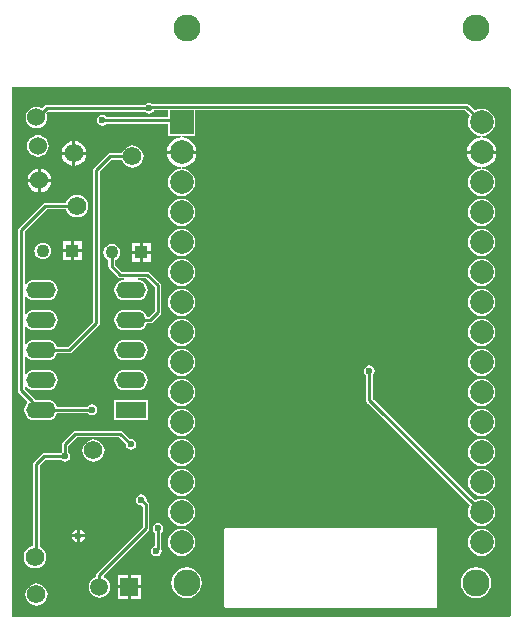
<source format=gbl>
G04*
G04 #@! TF.GenerationSoftware,Altium Limited,Altium Designer,20.0.2 (26)*
G04*
G04 Layer_Physical_Order=2*
G04 Layer_Color=16711680*
%FSLAX44Y44*%
%MOMM*%
G71*
G01*
G75*
%ADD14C,0.2540*%
%ADD27C,1.1000*%
%ADD28R,1.1000X1.1000*%
%ADD29C,1.5700*%
%ADD38R,1.5000X1.5000*%
%ADD39C,1.5000*%
%ADD40R,2.0000X2.0000*%
%ADD41C,2.0000*%
%ADD42C,2.2888*%
%ADD43O,2.5000X1.4000*%
%ADD44R,2.5000X1.4000*%
%ADD45C,1.5240*%
%ADD46C,0.6000*%
G36*
X838200Y828040D02*
X417830D01*
Y1276350D01*
X838200D01*
Y828040D01*
D02*
G37*
%LPC*%
G36*
X533400Y1263183D02*
X531635Y1262831D01*
X530138Y1261832D01*
X529863Y1261419D01*
X446695D01*
X446694Y1261419D01*
X445604Y1261202D01*
X444680Y1260584D01*
X442915Y1258819D01*
X442761Y1258937D01*
X440537Y1259859D01*
X438150Y1260173D01*
X435763Y1259859D01*
X433539Y1258937D01*
X431628Y1257472D01*
X430163Y1255561D01*
X429241Y1253337D01*
X428927Y1250950D01*
X429241Y1248563D01*
X430163Y1246339D01*
X431628Y1244428D01*
X433539Y1242963D01*
X435763Y1242041D01*
X438150Y1241727D01*
X440537Y1242041D01*
X442761Y1242963D01*
X444672Y1244428D01*
X446137Y1246339D01*
X447059Y1248563D01*
X447373Y1250950D01*
X447059Y1253337D01*
X446599Y1254446D01*
X447874Y1255721D01*
X529863D01*
X530138Y1255308D01*
X531635Y1254308D01*
X533400Y1253957D01*
X535165Y1254308D01*
X536662Y1255308D01*
X537662Y1256805D01*
X537666Y1256825D01*
X549486D01*
Y1251259D01*
X497567D01*
X497292Y1251672D01*
X495795Y1252672D01*
X494030Y1253023D01*
X492265Y1252672D01*
X490768Y1251672D01*
X489768Y1250175D01*
X489417Y1248410D01*
X489768Y1246645D01*
X490768Y1245148D01*
X492265Y1244148D01*
X494030Y1243797D01*
X495795Y1244148D01*
X497292Y1245148D01*
X497567Y1245561D01*
X549486D01*
Y1235356D01*
X560606D01*
X560689Y1234086D01*
X560117Y1234011D01*
X557736Y1233697D01*
X554686Y1232434D01*
X552066Y1230424D01*
X550056Y1227804D01*
X548793Y1224754D01*
X548529Y1222750D01*
X573491D01*
X573227Y1224754D01*
X571964Y1227804D01*
X569953Y1230424D01*
X567334Y1232434D01*
X564283Y1233697D01*
X561903Y1234011D01*
X561331Y1234086D01*
X561414Y1235356D01*
X572534D01*
Y1256825D01*
X801036D01*
X805042Y1252820D01*
X804944Y1252692D01*
X803783Y1249888D01*
X803387Y1246880D01*
X803783Y1243872D01*
X804944Y1241068D01*
X806791Y1238661D01*
X809198Y1236814D01*
X812001Y1235653D01*
X814325Y1235347D01*
X814430Y1235333D01*
Y1234052D01*
X814325Y1234038D01*
X811736Y1233697D01*
X808686Y1232434D01*
X806066Y1230424D01*
X804056Y1227804D01*
X802793Y1224754D01*
X802529Y1222750D01*
X827491D01*
X827227Y1224754D01*
X825964Y1227804D01*
X823953Y1230424D01*
X821334Y1232434D01*
X818283Y1233697D01*
X815695Y1234038D01*
X815590Y1234052D01*
Y1235333D01*
X815695Y1235347D01*
X818018Y1235653D01*
X820822Y1236814D01*
X823229Y1238661D01*
X825076Y1241068D01*
X826237Y1243872D01*
X826633Y1246880D01*
X826237Y1249888D01*
X825076Y1252692D01*
X823229Y1255099D01*
X820822Y1256946D01*
X818018Y1258107D01*
X815010Y1258503D01*
X812001Y1258107D01*
X809198Y1256946D01*
X809070Y1256848D01*
X804230Y1261688D01*
X803306Y1262306D01*
X802216Y1262523D01*
X802216Y1262523D01*
X535627D01*
X535165Y1262831D01*
X533400Y1263183D01*
D02*
G37*
G36*
X471170Y1230782D02*
Y1221740D01*
X480213D01*
X480023Y1223182D01*
X478976Y1225710D01*
X477310Y1227880D01*
X475140Y1229546D01*
X472612Y1230593D01*
X471170Y1230782D01*
D02*
G37*
G36*
X468630D02*
X467188Y1230593D01*
X464660Y1229546D01*
X462490Y1227880D01*
X460824Y1225710D01*
X459777Y1223182D01*
X459588Y1221740D01*
X468630D01*
Y1230782D01*
D02*
G37*
G36*
X519430Y1227385D02*
X516983Y1227063D01*
X514703Y1226118D01*
X512744Y1224616D01*
X511242Y1222657D01*
X510464Y1220779D01*
X500380D01*
X500380Y1220779D01*
X499290Y1220562D01*
X498366Y1219944D01*
X498366Y1219944D01*
X486936Y1208514D01*
X486318Y1207590D01*
X486101Y1206500D01*
X486101Y1206500D01*
Y1078140D01*
X464910Y1056949D01*
X455506D01*
X454906Y1058399D01*
X453539Y1060179D01*
X451759Y1061546D01*
X449685Y1062405D01*
X447460Y1062698D01*
X436460D01*
X434235Y1062405D01*
X432161Y1061546D01*
X430381Y1060179D01*
X429569Y1059121D01*
X428299Y1059552D01*
Y1074048D01*
X429569Y1074479D01*
X430381Y1073421D01*
X432161Y1072054D01*
X434235Y1071195D01*
X436460Y1070902D01*
X447460D01*
X449685Y1071195D01*
X451759Y1072054D01*
X453539Y1073421D01*
X454906Y1075201D01*
X455765Y1077275D01*
X456058Y1079500D01*
X455765Y1081725D01*
X454906Y1083799D01*
X453539Y1085579D01*
X451759Y1086946D01*
X449685Y1087805D01*
X447460Y1088098D01*
X436460D01*
X434235Y1087805D01*
X432161Y1086946D01*
X430381Y1085579D01*
X429569Y1084521D01*
X428299Y1084952D01*
Y1099448D01*
X429569Y1099879D01*
X430381Y1098821D01*
X432161Y1097454D01*
X434235Y1096595D01*
X436460Y1096302D01*
X447460D01*
X449685Y1096595D01*
X451759Y1097454D01*
X453539Y1098821D01*
X454906Y1100601D01*
X455765Y1102675D01*
X456058Y1104900D01*
X455765Y1107125D01*
X454906Y1109199D01*
X453539Y1110979D01*
X451759Y1112346D01*
X449685Y1113205D01*
X447460Y1113497D01*
X436460D01*
X434235Y1113205D01*
X432161Y1112346D01*
X430381Y1110979D01*
X429569Y1109921D01*
X428299Y1110352D01*
Y1154520D01*
X446950Y1173171D01*
X463474D01*
X464252Y1171293D01*
X465754Y1169334D01*
X467713Y1167832D01*
X469993Y1166887D01*
X472440Y1166565D01*
X474887Y1166887D01*
X477167Y1167832D01*
X479126Y1169334D01*
X480628Y1171293D01*
X481573Y1173573D01*
X481895Y1176020D01*
X481573Y1178467D01*
X480628Y1180747D01*
X479126Y1182706D01*
X477167Y1184208D01*
X474887Y1185153D01*
X472440Y1185475D01*
X469993Y1185153D01*
X467713Y1184208D01*
X465754Y1182706D01*
X464252Y1180747D01*
X463474Y1178869D01*
X445770D01*
X445770Y1178869D01*
X444680Y1178652D01*
X443756Y1178034D01*
X443756Y1178034D01*
X423436Y1157714D01*
X422818Y1156790D01*
X422601Y1155700D01*
X422601Y1155700D01*
Y1019810D01*
X422601Y1019810D01*
X422818Y1018720D01*
X423436Y1017796D01*
X430532Y1010699D01*
X430449Y1009432D01*
X430381Y1009379D01*
X429014Y1007599D01*
X428155Y1005525D01*
X427862Y1003300D01*
X428155Y1001075D01*
X429014Y999001D01*
X430381Y997221D01*
X432161Y995854D01*
X434235Y994995D01*
X436460Y994703D01*
X447460D01*
X449685Y994995D01*
X451759Y995854D01*
X453539Y997221D01*
X454906Y999001D01*
X455506Y1000451D01*
X481603D01*
X481878Y1000038D01*
X483375Y999038D01*
X485140Y998687D01*
X486905Y999038D01*
X488402Y1000038D01*
X489402Y1001535D01*
X489753Y1003300D01*
X489402Y1005065D01*
X488402Y1006562D01*
X486905Y1007561D01*
X485140Y1007913D01*
X483375Y1007561D01*
X481878Y1006562D01*
X481603Y1006149D01*
X455506D01*
X454906Y1007599D01*
X453539Y1009379D01*
X451759Y1010746D01*
X449685Y1011605D01*
X447460Y1011898D01*
X436936D01*
X436899Y1012083D01*
X436282Y1013007D01*
X436282Y1013007D01*
X428299Y1020990D01*
Y1023248D01*
X429569Y1023679D01*
X430381Y1022621D01*
X432161Y1021254D01*
X434235Y1020395D01*
X436460Y1020102D01*
X447460D01*
X449685Y1020395D01*
X451759Y1021254D01*
X453539Y1022621D01*
X454906Y1024401D01*
X455765Y1026475D01*
X456058Y1028700D01*
X455765Y1030925D01*
X454906Y1032999D01*
X453539Y1034779D01*
X451759Y1036146D01*
X449685Y1037005D01*
X447460Y1037298D01*
X436460D01*
X434235Y1037005D01*
X432161Y1036146D01*
X430381Y1034779D01*
X429569Y1033721D01*
X428299Y1034152D01*
Y1048648D01*
X429569Y1049079D01*
X430381Y1048021D01*
X432161Y1046654D01*
X434235Y1045795D01*
X436460Y1045502D01*
X447460D01*
X449685Y1045795D01*
X451759Y1046654D01*
X453539Y1048021D01*
X454906Y1049801D01*
X455506Y1051251D01*
X466090D01*
X466090Y1051251D01*
X467180Y1051468D01*
X468104Y1052086D01*
X490964Y1074946D01*
X490964Y1074946D01*
X491582Y1075870D01*
X491799Y1076960D01*
Y1205320D01*
X501560Y1215081D01*
X510464D01*
X511242Y1213203D01*
X512744Y1211244D01*
X514703Y1209742D01*
X516983Y1208797D01*
X519430Y1208475D01*
X521877Y1208797D01*
X524157Y1209742D01*
X526116Y1211244D01*
X527618Y1213203D01*
X528563Y1215483D01*
X528885Y1217930D01*
X528563Y1220377D01*
X527618Y1222657D01*
X526116Y1224616D01*
X524157Y1226118D01*
X521877Y1227063D01*
X519430Y1227385D01*
D02*
G37*
G36*
X439420Y1236043D02*
X437033Y1235729D01*
X434809Y1234807D01*
X432898Y1233342D01*
X431433Y1231431D01*
X430511Y1229207D01*
X430197Y1226820D01*
X430511Y1224433D01*
X431433Y1222209D01*
X432898Y1220298D01*
X434809Y1218833D01*
X437033Y1217911D01*
X439420Y1217597D01*
X441807Y1217911D01*
X444031Y1218833D01*
X445942Y1220298D01*
X447407Y1222209D01*
X448329Y1224433D01*
X448643Y1226820D01*
X448329Y1229207D01*
X447407Y1231431D01*
X445942Y1233342D01*
X444031Y1234807D01*
X441807Y1235729D01*
X439420Y1236043D01*
D02*
G37*
G36*
X480213Y1219200D02*
X471170D01*
Y1210157D01*
X472612Y1210347D01*
X475140Y1211394D01*
X477310Y1213060D01*
X478976Y1215230D01*
X480023Y1217758D01*
X480213Y1219200D01*
D02*
G37*
G36*
X468630D02*
X459588D01*
X459777Y1217758D01*
X460824Y1215230D01*
X462490Y1213060D01*
X464660Y1211394D01*
X467188Y1210347D01*
X468630Y1210157D01*
Y1219200D01*
D02*
G37*
G36*
X441960Y1207691D02*
Y1198880D01*
X450770D01*
X450588Y1200262D01*
X449565Y1202734D01*
X447936Y1204856D01*
X445814Y1206485D01*
X443342Y1207508D01*
X441960Y1207691D01*
D02*
G37*
G36*
X439420D02*
X438038Y1207508D01*
X435566Y1206485D01*
X433444Y1204856D01*
X431815Y1202734D01*
X430792Y1200262D01*
X430610Y1198880D01*
X439420D01*
Y1207691D01*
D02*
G37*
G36*
X450770Y1196340D02*
X441960D01*
Y1187530D01*
X443342Y1187711D01*
X445814Y1188735D01*
X447936Y1190364D01*
X449565Y1192486D01*
X450588Y1194958D01*
X450770Y1196340D01*
D02*
G37*
G36*
X439420D02*
X430610D01*
X430792Y1194958D01*
X431815Y1192486D01*
X433444Y1190364D01*
X435566Y1188735D01*
X438038Y1187711D01*
X439420Y1187530D01*
Y1196340D01*
D02*
G37*
G36*
X827491Y1220210D02*
X802529D01*
X802793Y1218206D01*
X804056Y1215156D01*
X806066Y1212536D01*
X808686Y1210526D01*
X811736Y1209263D01*
X814325Y1208922D01*
X814430Y1208908D01*
Y1207627D01*
X814325Y1207613D01*
X812001Y1207307D01*
X809198Y1206146D01*
X806791Y1204299D01*
X804944Y1201892D01*
X803783Y1199088D01*
X803387Y1196080D01*
X803783Y1193072D01*
X804944Y1190268D01*
X806791Y1187861D01*
X809198Y1186014D01*
X812001Y1184853D01*
X815010Y1184457D01*
X818018Y1184853D01*
X820822Y1186014D01*
X823229Y1187861D01*
X825076Y1190268D01*
X826237Y1193072D01*
X826633Y1196080D01*
X826237Y1199088D01*
X825076Y1201892D01*
X823229Y1204299D01*
X820822Y1206146D01*
X818018Y1207307D01*
X815695Y1207613D01*
X815590Y1207627D01*
Y1208908D01*
X815695Y1208922D01*
X818283Y1209263D01*
X821334Y1210526D01*
X823953Y1212536D01*
X825964Y1215156D01*
X827227Y1218206D01*
X827491Y1220210D01*
D02*
G37*
G36*
X573491D02*
X548529D01*
X548793Y1218206D01*
X550056Y1215156D01*
X552066Y1212536D01*
X554686Y1210526D01*
X557736Y1209263D01*
X560325Y1208922D01*
X560430Y1208908D01*
Y1207627D01*
X560325Y1207613D01*
X558002Y1207307D01*
X555198Y1206146D01*
X552791Y1204299D01*
X550944Y1201892D01*
X549782Y1199088D01*
X549386Y1196080D01*
X549782Y1193072D01*
X550944Y1190268D01*
X552791Y1187861D01*
X555198Y1186014D01*
X558002Y1184853D01*
X561010Y1184457D01*
X564018Y1184853D01*
X566822Y1186014D01*
X569229Y1187861D01*
X571076Y1190268D01*
X572237Y1193072D01*
X572633Y1196080D01*
X572237Y1199088D01*
X571076Y1201892D01*
X569229Y1204299D01*
X566822Y1206146D01*
X564018Y1207307D01*
X561695Y1207613D01*
X561590Y1207627D01*
Y1208908D01*
X561695Y1208922D01*
X564283Y1209263D01*
X567334Y1210526D01*
X569953Y1212536D01*
X571964Y1215156D01*
X573227Y1218206D01*
X573491Y1220210D01*
D02*
G37*
G36*
X815010Y1182303D02*
X812001Y1181907D01*
X809198Y1180746D01*
X806791Y1178899D01*
X804944Y1176492D01*
X803783Y1173688D01*
X803387Y1170680D01*
X803783Y1167672D01*
X804944Y1164868D01*
X806791Y1162461D01*
X809198Y1160614D01*
X812001Y1159453D01*
X815010Y1159057D01*
X818018Y1159453D01*
X820822Y1160614D01*
X823229Y1162461D01*
X825076Y1164868D01*
X826237Y1167672D01*
X826633Y1170680D01*
X826237Y1173688D01*
X825076Y1176492D01*
X823229Y1178899D01*
X820822Y1180746D01*
X818018Y1181907D01*
X815010Y1182303D01*
D02*
G37*
G36*
X561010D02*
X558002Y1181907D01*
X555198Y1180746D01*
X552791Y1178899D01*
X550944Y1176492D01*
X549782Y1173688D01*
X549386Y1170680D01*
X549782Y1167672D01*
X550944Y1164868D01*
X552791Y1162461D01*
X555198Y1160614D01*
X558002Y1159453D01*
X561010Y1159057D01*
X564018Y1159453D01*
X566822Y1160614D01*
X569229Y1162461D01*
X571076Y1164868D01*
X572237Y1167672D01*
X572633Y1170680D01*
X572237Y1173688D01*
X571076Y1176492D01*
X569229Y1178899D01*
X566822Y1180746D01*
X564018Y1181907D01*
X561010Y1182303D01*
D02*
G37*
G36*
X476470Y1145960D02*
X469700D01*
Y1139190D01*
X476470D01*
Y1145960D01*
D02*
G37*
G36*
X467160D02*
X460390D01*
Y1139190D01*
X467160D01*
Y1145960D01*
D02*
G37*
G36*
X534890Y1144690D02*
X528120D01*
Y1137920D01*
X534890D01*
Y1144690D01*
D02*
G37*
G36*
X525580D02*
X518810D01*
Y1137920D01*
X525580D01*
Y1144690D01*
D02*
G37*
G36*
X815010Y1156904D02*
X812001Y1156507D01*
X809198Y1155346D01*
X806791Y1153499D01*
X804944Y1151092D01*
X803783Y1148288D01*
X803387Y1145280D01*
X803783Y1142272D01*
X804944Y1139468D01*
X806791Y1137061D01*
X809198Y1135214D01*
X812001Y1134053D01*
X815010Y1133657D01*
X818018Y1134053D01*
X820822Y1135214D01*
X823229Y1137061D01*
X825076Y1139468D01*
X826237Y1142272D01*
X826633Y1145280D01*
X826237Y1148288D01*
X825076Y1151092D01*
X823229Y1153499D01*
X820822Y1155346D01*
X818018Y1156507D01*
X815010Y1156904D01*
D02*
G37*
G36*
X561010D02*
X558002Y1156507D01*
X555198Y1155346D01*
X552791Y1153499D01*
X550944Y1151092D01*
X549782Y1148288D01*
X549386Y1145280D01*
X549782Y1142272D01*
X550944Y1139468D01*
X552791Y1137061D01*
X555198Y1135214D01*
X558002Y1134053D01*
X561010Y1133657D01*
X564018Y1134053D01*
X566822Y1135214D01*
X569229Y1137061D01*
X571076Y1139468D01*
X572237Y1142272D01*
X572633Y1145280D01*
X572237Y1148288D01*
X571076Y1151092D01*
X569229Y1153499D01*
X566822Y1155346D01*
X564018Y1156507D01*
X561010Y1156904D01*
D02*
G37*
G36*
X443430Y1145005D02*
X441596Y1144763D01*
X439888Y1144055D01*
X438420Y1142930D01*
X437295Y1141462D01*
X436587Y1139754D01*
X436345Y1137920D01*
X436587Y1136086D01*
X437295Y1134378D01*
X438420Y1132910D01*
X439888Y1131785D01*
X441596Y1131077D01*
X443430Y1130835D01*
X445264Y1131077D01*
X446972Y1131785D01*
X448440Y1132910D01*
X449565Y1134378D01*
X450273Y1136086D01*
X450515Y1137920D01*
X450273Y1139754D01*
X449565Y1141462D01*
X448440Y1142930D01*
X446972Y1144055D01*
X445264Y1144763D01*
X443430Y1145005D01*
D02*
G37*
G36*
X476470Y1136650D02*
X469700D01*
Y1129880D01*
X476470D01*
Y1136650D01*
D02*
G37*
G36*
X467160D02*
X460390D01*
Y1129880D01*
X467160D01*
Y1136650D01*
D02*
G37*
G36*
X534890Y1135380D02*
X528120D01*
Y1128610D01*
X534890D01*
Y1135380D01*
D02*
G37*
G36*
X525580D02*
X518810D01*
Y1128610D01*
X525580D01*
Y1135380D01*
D02*
G37*
G36*
X815010Y1131504D02*
X812001Y1131107D01*
X809198Y1129946D01*
X806791Y1128099D01*
X804944Y1125692D01*
X803783Y1122888D01*
X803387Y1119880D01*
X803783Y1116872D01*
X804944Y1114068D01*
X806791Y1111661D01*
X809198Y1109814D01*
X812001Y1108653D01*
X815010Y1108257D01*
X818018Y1108653D01*
X820822Y1109814D01*
X823229Y1111661D01*
X825076Y1114068D01*
X826237Y1116872D01*
X826633Y1119880D01*
X826237Y1122888D01*
X825076Y1125692D01*
X823229Y1128099D01*
X820822Y1129946D01*
X818018Y1131107D01*
X815010Y1131504D01*
D02*
G37*
G36*
X561010D02*
X558002Y1131107D01*
X555198Y1129946D01*
X552791Y1128099D01*
X550944Y1125692D01*
X549782Y1122888D01*
X549386Y1119880D01*
X549782Y1116872D01*
X550944Y1114068D01*
X552791Y1111661D01*
X555198Y1109814D01*
X558002Y1108653D01*
X561010Y1108257D01*
X564018Y1108653D01*
X566822Y1109814D01*
X569229Y1111661D01*
X571076Y1114068D01*
X572237Y1116872D01*
X572633Y1119880D01*
X572237Y1122888D01*
X571076Y1125692D01*
X569229Y1128099D01*
X566822Y1129946D01*
X564018Y1131107D01*
X561010Y1131504D01*
D02*
G37*
G36*
X815010Y1106104D02*
X812001Y1105707D01*
X809198Y1104546D01*
X806791Y1102699D01*
X804944Y1100292D01*
X803783Y1097488D01*
X803387Y1094480D01*
X803783Y1091472D01*
X804944Y1088668D01*
X806791Y1086261D01*
X809198Y1084414D01*
X812001Y1083253D01*
X815010Y1082857D01*
X818018Y1083253D01*
X820822Y1084414D01*
X823229Y1086261D01*
X825076Y1088668D01*
X826237Y1091472D01*
X826633Y1094480D01*
X826237Y1097488D01*
X825076Y1100292D01*
X823229Y1102699D01*
X820822Y1104546D01*
X818018Y1105707D01*
X815010Y1106104D01*
D02*
G37*
G36*
X561010D02*
X558002Y1105707D01*
X555198Y1104546D01*
X552791Y1102699D01*
X550944Y1100292D01*
X549782Y1097488D01*
X549386Y1094480D01*
X549782Y1091472D01*
X550944Y1088668D01*
X552791Y1086261D01*
X555198Y1084414D01*
X558002Y1083253D01*
X561010Y1082857D01*
X564018Y1083253D01*
X566822Y1084414D01*
X569229Y1086261D01*
X571076Y1088668D01*
X572237Y1091472D01*
X572633Y1094480D01*
X572237Y1097488D01*
X571076Y1100292D01*
X569229Y1102699D01*
X566822Y1104546D01*
X564018Y1105707D01*
X561010Y1106104D01*
D02*
G37*
G36*
X501850Y1143735D02*
X500016Y1143493D01*
X498308Y1142785D01*
X496840Y1141660D01*
X495715Y1140192D01*
X495007Y1138484D01*
X494765Y1136650D01*
X495007Y1134816D01*
X495715Y1133108D01*
X496840Y1131640D01*
X498308Y1130515D01*
X499001Y1130227D01*
Y1125020D01*
X499001Y1125020D01*
X499218Y1123930D01*
X499836Y1123006D01*
X507256Y1115586D01*
X507256Y1115586D01*
X508180Y1114968D01*
X509270Y1114751D01*
X509270Y1114751D01*
X512453D01*
X512536Y1113481D01*
X510435Y1113205D01*
X508361Y1112346D01*
X506581Y1110979D01*
X505214Y1109199D01*
X504355Y1107125D01*
X504062Y1104900D01*
X504355Y1102675D01*
X505214Y1100601D01*
X506581Y1098821D01*
X508361Y1097454D01*
X510435Y1096595D01*
X512660Y1096302D01*
X523660D01*
X525885Y1096595D01*
X527959Y1097454D01*
X529739Y1098821D01*
X531106Y1100601D01*
X531965Y1102675D01*
X532258Y1104900D01*
X531965Y1107125D01*
X531106Y1109199D01*
X529739Y1110979D01*
X527959Y1112346D01*
X525885Y1113205D01*
X523784Y1113481D01*
X523867Y1114751D01*
X530950D01*
X538171Y1107530D01*
Y1087030D01*
X533490Y1082349D01*
X531706D01*
X531106Y1083799D01*
X529739Y1085579D01*
X527959Y1086946D01*
X525885Y1087805D01*
X523660Y1088098D01*
X512660D01*
X510435Y1087805D01*
X508361Y1086946D01*
X506581Y1085579D01*
X505214Y1083799D01*
X504355Y1081725D01*
X504062Y1079500D01*
X504355Y1077275D01*
X505214Y1075201D01*
X506581Y1073421D01*
X508361Y1072054D01*
X510435Y1071195D01*
X512660Y1070902D01*
X523660D01*
X525885Y1071195D01*
X527959Y1072054D01*
X529739Y1073421D01*
X531106Y1075201D01*
X531706Y1076651D01*
X534670D01*
X534670Y1076651D01*
X535760Y1076868D01*
X536684Y1077486D01*
X543034Y1083836D01*
X543034Y1083836D01*
X543652Y1084760D01*
X543869Y1085850D01*
Y1108710D01*
X543869Y1108710D01*
X543652Y1109800D01*
X543034Y1110724D01*
X543034Y1110724D01*
X534144Y1119614D01*
X533220Y1120232D01*
X532130Y1120449D01*
X532130Y1120449D01*
X510450D01*
X504699Y1126200D01*
Y1130227D01*
X505392Y1130515D01*
X506860Y1131640D01*
X507985Y1133108D01*
X508693Y1134816D01*
X508935Y1136650D01*
X508693Y1138484D01*
X507985Y1140192D01*
X506860Y1141660D01*
X505392Y1142785D01*
X503684Y1143493D01*
X501850Y1143735D01*
D02*
G37*
G36*
X815010Y1080704D02*
X812001Y1080307D01*
X809198Y1079146D01*
X806791Y1077299D01*
X804944Y1074892D01*
X803783Y1072088D01*
X803387Y1069080D01*
X803783Y1066072D01*
X804944Y1063268D01*
X806791Y1060861D01*
X809198Y1059014D01*
X812001Y1057853D01*
X815010Y1057457D01*
X818018Y1057853D01*
X820822Y1059014D01*
X823229Y1060861D01*
X825076Y1063268D01*
X826237Y1066072D01*
X826633Y1069080D01*
X826237Y1072088D01*
X825076Y1074892D01*
X823229Y1077299D01*
X820822Y1079146D01*
X818018Y1080307D01*
X815010Y1080704D01*
D02*
G37*
G36*
X561010D02*
X558002Y1080307D01*
X555198Y1079146D01*
X552791Y1077299D01*
X550944Y1074892D01*
X549782Y1072088D01*
X549386Y1069080D01*
X549782Y1066072D01*
X550944Y1063268D01*
X552791Y1060861D01*
X555198Y1059014D01*
X558002Y1057853D01*
X561010Y1057457D01*
X564018Y1057853D01*
X566822Y1059014D01*
X569229Y1060861D01*
X571076Y1063268D01*
X572237Y1066072D01*
X572633Y1069080D01*
X572237Y1072088D01*
X571076Y1074892D01*
X569229Y1077299D01*
X566822Y1079146D01*
X564018Y1080307D01*
X561010Y1080704D01*
D02*
G37*
G36*
X523660Y1062698D02*
X512660D01*
X510435Y1062405D01*
X508361Y1061546D01*
X506581Y1060179D01*
X505214Y1058399D01*
X504355Y1056325D01*
X504062Y1054100D01*
X504355Y1051875D01*
X505214Y1049801D01*
X506581Y1048021D01*
X508361Y1046654D01*
X510435Y1045795D01*
X512660Y1045502D01*
X523660D01*
X525885Y1045795D01*
X527959Y1046654D01*
X529739Y1048021D01*
X531106Y1049801D01*
X531965Y1051875D01*
X532258Y1054100D01*
X531965Y1056325D01*
X531106Y1058399D01*
X529739Y1060179D01*
X527959Y1061546D01*
X525885Y1062405D01*
X523660Y1062698D01*
D02*
G37*
G36*
X815010Y1055303D02*
X812001Y1054907D01*
X809198Y1053746D01*
X806791Y1051899D01*
X804944Y1049492D01*
X803783Y1046688D01*
X803387Y1043680D01*
X803783Y1040672D01*
X804944Y1037868D01*
X806791Y1035461D01*
X809198Y1033614D01*
X812001Y1032453D01*
X815010Y1032057D01*
X818018Y1032453D01*
X820822Y1033614D01*
X823229Y1035461D01*
X825076Y1037868D01*
X826237Y1040672D01*
X826633Y1043680D01*
X826237Y1046688D01*
X825076Y1049492D01*
X823229Y1051899D01*
X820822Y1053746D01*
X818018Y1054907D01*
X815010Y1055303D01*
D02*
G37*
G36*
X561010D02*
X558002Y1054907D01*
X555198Y1053746D01*
X552791Y1051899D01*
X550944Y1049492D01*
X549782Y1046688D01*
X549386Y1043680D01*
X549782Y1040672D01*
X550944Y1037868D01*
X552791Y1035461D01*
X555198Y1033614D01*
X558002Y1032453D01*
X561010Y1032057D01*
X564018Y1032453D01*
X566822Y1033614D01*
X569229Y1035461D01*
X571076Y1037868D01*
X572237Y1040672D01*
X572633Y1043680D01*
X572237Y1046688D01*
X571076Y1049492D01*
X569229Y1051899D01*
X566822Y1053746D01*
X564018Y1054907D01*
X561010Y1055303D01*
D02*
G37*
G36*
X523660Y1037298D02*
X512660D01*
X510435Y1037005D01*
X508361Y1036146D01*
X506581Y1034779D01*
X505214Y1032999D01*
X504355Y1030925D01*
X504062Y1028700D01*
X504355Y1026475D01*
X505214Y1024401D01*
X506581Y1022621D01*
X508361Y1021254D01*
X510435Y1020395D01*
X512660Y1020102D01*
X523660D01*
X525885Y1020395D01*
X527959Y1021254D01*
X529739Y1022621D01*
X531106Y1024401D01*
X531965Y1026475D01*
X532258Y1028700D01*
X531965Y1030925D01*
X531106Y1032999D01*
X529739Y1034779D01*
X527959Y1036146D01*
X525885Y1037005D01*
X523660Y1037298D01*
D02*
G37*
G36*
X815010Y1029903D02*
X812001Y1029507D01*
X809198Y1028346D01*
X806791Y1026499D01*
X804944Y1024092D01*
X803783Y1021288D01*
X803387Y1018280D01*
X803783Y1015272D01*
X804944Y1012468D01*
X806791Y1010061D01*
X809198Y1008214D01*
X812001Y1007053D01*
X815010Y1006657D01*
X818018Y1007053D01*
X820822Y1008214D01*
X823229Y1010061D01*
X825076Y1012468D01*
X826237Y1015272D01*
X826633Y1018280D01*
X826237Y1021288D01*
X825076Y1024092D01*
X823229Y1026499D01*
X820822Y1028346D01*
X818018Y1029507D01*
X815010Y1029903D01*
D02*
G37*
G36*
X561010D02*
X558002Y1029507D01*
X555198Y1028346D01*
X552791Y1026499D01*
X550944Y1024092D01*
X549782Y1021288D01*
X549386Y1018280D01*
X549782Y1015272D01*
X550944Y1012468D01*
X552791Y1010061D01*
X555198Y1008214D01*
X558002Y1007053D01*
X561010Y1006657D01*
X564018Y1007053D01*
X566822Y1008214D01*
X569229Y1010061D01*
X571076Y1012468D01*
X572237Y1015272D01*
X572633Y1018280D01*
X572237Y1021288D01*
X571076Y1024092D01*
X569229Y1026499D01*
X566822Y1028346D01*
X564018Y1029507D01*
X561010Y1029903D01*
D02*
G37*
G36*
X532184Y1011824D02*
X504136D01*
Y994776D01*
X532184D01*
Y1011824D01*
D02*
G37*
G36*
X509270Y985829D02*
X509270Y985829D01*
X471170D01*
X471170Y985829D01*
X470080Y985612D01*
X469156Y984994D01*
X469156Y984994D01*
X460266Y976104D01*
X459648Y975180D01*
X459431Y974090D01*
X459431Y974090D01*
Y967467D01*
X459018Y967192D01*
X458742Y966779D01*
X444500D01*
X444500Y966779D01*
X443410Y966562D01*
X442486Y965944D01*
X442486Y965944D01*
X435906Y959364D01*
X435288Y958440D01*
X435071Y957350D01*
X435071Y957350D01*
Y888057D01*
X434433Y887973D01*
X432153Y887028D01*
X430194Y885526D01*
X428692Y883567D01*
X427747Y881287D01*
X427425Y878840D01*
X427747Y876393D01*
X428692Y874113D01*
X430194Y872154D01*
X432153Y870652D01*
X434433Y869707D01*
X436880Y869385D01*
X439327Y869707D01*
X441607Y870652D01*
X443566Y872154D01*
X445068Y874113D01*
X446013Y876393D01*
X446335Y878840D01*
X446013Y881287D01*
X445068Y883567D01*
X443566Y885526D01*
X441607Y887028D01*
X440769Y887376D01*
Y956170D01*
X445680Y961081D01*
X458742D01*
X459018Y960668D01*
X460515Y959669D01*
X462280Y959317D01*
X464045Y959669D01*
X465542Y960668D01*
X466541Y962165D01*
X466893Y963930D01*
X466541Y965695D01*
X465542Y967192D01*
X465129Y967467D01*
Y972910D01*
X472350Y980131D01*
X508090D01*
X513644Y974577D01*
X513547Y974090D01*
X513899Y972325D01*
X514898Y970828D01*
X516395Y969828D01*
X518160Y969477D01*
X519925Y969828D01*
X521422Y970828D01*
X522421Y972325D01*
X522773Y974090D01*
X522421Y975855D01*
X521422Y977352D01*
X519925Y978352D01*
X518160Y978703D01*
X517673Y978606D01*
X511284Y984994D01*
X510360Y985612D01*
X509270Y985829D01*
D02*
G37*
G36*
X815010Y1004503D02*
X812001Y1004107D01*
X809198Y1002946D01*
X806791Y1001099D01*
X804944Y998692D01*
X803783Y995888D01*
X803387Y992880D01*
X803783Y989872D01*
X804944Y987068D01*
X806791Y984661D01*
X809198Y982814D01*
X812001Y981653D01*
X815010Y981257D01*
X818018Y981653D01*
X820822Y982814D01*
X823229Y984661D01*
X825076Y987068D01*
X826237Y989872D01*
X826633Y992880D01*
X826237Y995888D01*
X825076Y998692D01*
X823229Y1001099D01*
X820822Y1002946D01*
X818018Y1004107D01*
X815010Y1004503D01*
D02*
G37*
G36*
X561010D02*
X558002Y1004107D01*
X555198Y1002946D01*
X552791Y1001099D01*
X550944Y998692D01*
X549782Y995888D01*
X549386Y992880D01*
X549782Y989872D01*
X550944Y987068D01*
X552791Y984661D01*
X555198Y982814D01*
X558002Y981653D01*
X561010Y981257D01*
X564018Y981653D01*
X566822Y982814D01*
X569229Y984661D01*
X571076Y987068D01*
X572237Y989872D01*
X572633Y992880D01*
X572237Y995888D01*
X571076Y998692D01*
X569229Y1001099D01*
X566822Y1002946D01*
X564018Y1004107D01*
X561010Y1004503D01*
D02*
G37*
G36*
X486410Y978465D02*
X483963Y978143D01*
X481683Y977198D01*
X479724Y975696D01*
X478222Y973737D01*
X477277Y971457D01*
X476955Y969010D01*
X477277Y966563D01*
X478222Y964283D01*
X479724Y962324D01*
X481683Y960822D01*
X483963Y959877D01*
X486410Y959555D01*
X488857Y959877D01*
X491137Y960822D01*
X493096Y962324D01*
X494598Y964283D01*
X495543Y966563D01*
X495865Y969010D01*
X495543Y971457D01*
X494598Y973737D01*
X493096Y975696D01*
X491137Y977198D01*
X488857Y978143D01*
X486410Y978465D01*
D02*
G37*
G36*
X815010Y979103D02*
X812001Y978707D01*
X809198Y977546D01*
X806791Y975699D01*
X804944Y973292D01*
X803783Y970488D01*
X803387Y967480D01*
X803783Y964472D01*
X804944Y961668D01*
X806791Y959261D01*
X809198Y957414D01*
X812001Y956253D01*
X815010Y955857D01*
X818018Y956253D01*
X820822Y957414D01*
X823229Y959261D01*
X825076Y961668D01*
X826237Y964472D01*
X826633Y967480D01*
X826237Y970488D01*
X825076Y973292D01*
X823229Y975699D01*
X820822Y977546D01*
X818018Y978707D01*
X815010Y979103D01*
D02*
G37*
G36*
X561010D02*
X558002Y978707D01*
X555198Y977546D01*
X552791Y975699D01*
X550944Y973292D01*
X549782Y970488D01*
X549386Y967480D01*
X549782Y964472D01*
X550944Y961668D01*
X552791Y959261D01*
X555198Y957414D01*
X558002Y956253D01*
X561010Y955857D01*
X564018Y956253D01*
X566822Y957414D01*
X569229Y959261D01*
X571076Y961668D01*
X572237Y964472D01*
X572633Y967480D01*
X572237Y970488D01*
X571076Y973292D01*
X569229Y975699D01*
X566822Y977546D01*
X564018Y978707D01*
X561010Y979103D01*
D02*
G37*
G36*
X815010Y953704D02*
X812001Y953307D01*
X809198Y952146D01*
X806791Y950299D01*
X804944Y947892D01*
X803783Y945088D01*
X803387Y942080D01*
X803783Y939072D01*
X804944Y936268D01*
X806791Y933861D01*
X809198Y932014D01*
X812001Y930853D01*
X815010Y930457D01*
X818018Y930853D01*
X820822Y932014D01*
X823229Y933861D01*
X825076Y936268D01*
X826237Y939072D01*
X826633Y942080D01*
X826237Y945088D01*
X825076Y947892D01*
X823229Y950299D01*
X820822Y952146D01*
X818018Y953307D01*
X815010Y953704D01*
D02*
G37*
G36*
X561010D02*
X558002Y953307D01*
X555198Y952146D01*
X552791Y950299D01*
X550944Y947892D01*
X549782Y945088D01*
X549386Y942080D01*
X549782Y939072D01*
X550944Y936268D01*
X552791Y933861D01*
X555198Y932014D01*
X558002Y930853D01*
X561010Y930457D01*
X564018Y930853D01*
X566822Y932014D01*
X569229Y933861D01*
X571076Y936268D01*
X572237Y939072D01*
X572633Y942080D01*
X572237Y945088D01*
X571076Y947892D01*
X569229Y950299D01*
X566822Y952146D01*
X564018Y953307D01*
X561010Y953704D01*
D02*
G37*
G36*
X720090Y1040933D02*
X718325Y1040582D01*
X716828Y1039582D01*
X715828Y1038085D01*
X715477Y1036320D01*
X715828Y1034555D01*
X716828Y1033058D01*
X717241Y1032783D01*
Y1011600D01*
X717241Y1011600D01*
X717458Y1010510D01*
X718076Y1009585D01*
X805042Y922619D01*
X804944Y922492D01*
X803783Y919688D01*
X803387Y916680D01*
X803783Y913672D01*
X804944Y910868D01*
X806791Y908461D01*
X809198Y906614D01*
X812001Y905453D01*
X815010Y905057D01*
X818018Y905453D01*
X820822Y906614D01*
X823229Y908461D01*
X825076Y910868D01*
X826237Y913672D01*
X826633Y916680D01*
X826237Y919688D01*
X825076Y922492D01*
X823229Y924899D01*
X820822Y926746D01*
X818018Y927907D01*
X815010Y928304D01*
X812001Y927907D01*
X809198Y926746D01*
X809070Y926648D01*
X722939Y1012780D01*
Y1032783D01*
X723352Y1033058D01*
X724352Y1034555D01*
X724703Y1036320D01*
X724352Y1038085D01*
X723352Y1039582D01*
X721855Y1040582D01*
X720090Y1040933D01*
D02*
G37*
G36*
X561010Y928304D02*
X558002Y927907D01*
X555198Y926746D01*
X552791Y924899D01*
X550944Y922492D01*
X549782Y919688D01*
X549386Y916680D01*
X549782Y913672D01*
X550944Y910868D01*
X552791Y908461D01*
X555198Y906614D01*
X558002Y905453D01*
X561010Y905057D01*
X564018Y905453D01*
X566822Y906614D01*
X569229Y908461D01*
X571076Y910868D01*
X572237Y913672D01*
X572633Y916680D01*
X572237Y919688D01*
X571076Y922492D01*
X569229Y924899D01*
X566822Y926746D01*
X564018Y927907D01*
X561010Y928304D01*
D02*
G37*
G36*
X474980Y902016D02*
Y897890D01*
X479106D01*
X478929Y898782D01*
X477704Y900614D01*
X475872Y901839D01*
X474980Y902016D01*
D02*
G37*
G36*
X472440D02*
X471548Y901839D01*
X469716Y900614D01*
X468491Y898782D01*
X468314Y897890D01*
X472440D01*
Y902016D01*
D02*
G37*
G36*
X479106Y895350D02*
X474980D01*
Y891224D01*
X475872Y891401D01*
X477704Y892626D01*
X478929Y894458D01*
X479106Y895350D01*
D02*
G37*
G36*
X472440D02*
X468314D01*
X468491Y894458D01*
X469716Y892626D01*
X471548Y891401D01*
X472440Y891224D01*
Y895350D01*
D02*
G37*
G36*
X815010Y902904D02*
X812001Y902507D01*
X809198Y901346D01*
X806791Y899499D01*
X804944Y897092D01*
X803783Y894288D01*
X803387Y891280D01*
X803783Y888272D01*
X804944Y885468D01*
X806791Y883061D01*
X809198Y881214D01*
X812001Y880053D01*
X815010Y879657D01*
X818018Y880053D01*
X820822Y881214D01*
X823229Y883061D01*
X825076Y885468D01*
X826237Y888272D01*
X826633Y891280D01*
X826237Y894288D01*
X825076Y897092D01*
X823229Y899499D01*
X820822Y901346D01*
X818018Y902507D01*
X815010Y902904D01*
D02*
G37*
G36*
X561010D02*
X558002Y902507D01*
X555198Y901346D01*
X552791Y899499D01*
X550944Y897092D01*
X549782Y894288D01*
X549386Y891280D01*
X549782Y888272D01*
X550944Y885468D01*
X552791Y883061D01*
X555198Y881214D01*
X558002Y880053D01*
X561010Y879657D01*
X564018Y880053D01*
X566822Y881214D01*
X569229Y883061D01*
X571076Y885468D01*
X572237Y888272D01*
X572633Y891280D01*
X572237Y894288D01*
X571076Y897092D01*
X569229Y899499D01*
X566822Y901346D01*
X564018Y902507D01*
X561010Y902904D01*
D02*
G37*
G36*
X541020Y907583D02*
X539255Y907232D01*
X537758Y906232D01*
X536758Y904735D01*
X536407Y902970D01*
X536758Y901205D01*
X537758Y899708D01*
X538171Y899433D01*
Y888219D01*
X537985Y888182D01*
X536488Y887182D01*
X535489Y885685D01*
X535137Y883920D01*
X535489Y882155D01*
X536488Y880658D01*
X537985Y879659D01*
X539750Y879307D01*
X541515Y879659D01*
X543012Y880658D01*
X544011Y882155D01*
X544363Y883920D01*
X544011Y885685D01*
X543869Y885899D01*
Y899433D01*
X544282Y899708D01*
X545281Y901205D01*
X545633Y902970D01*
X545281Y904735D01*
X544282Y906232D01*
X542785Y907232D01*
X541020Y907583D01*
D02*
G37*
G36*
X526930Y863480D02*
X518160D01*
Y854710D01*
X526930D01*
Y863480D01*
D02*
G37*
G36*
X515620D02*
X506850D01*
Y854710D01*
X515620D01*
Y863480D01*
D02*
G37*
G36*
X527050Y931713D02*
X525285Y931361D01*
X523788Y930362D01*
X522789Y928865D01*
X522437Y927100D01*
X522789Y925335D01*
X523788Y923838D01*
X525285Y922839D01*
X527050Y922487D01*
X528011Y921490D01*
Y904150D01*
X489476Y865614D01*
X488858Y864690D01*
X488641Y863600D01*
X488641Y863600D01*
Y862028D01*
X486939Y861322D01*
X485054Y859876D01*
X483608Y857991D01*
X482698Y855796D01*
X482388Y853440D01*
X482698Y851084D01*
X483608Y848889D01*
X485054Y847004D01*
X486939Y845558D01*
X489134Y844648D01*
X491490Y844338D01*
X493846Y844648D01*
X496041Y845558D01*
X497926Y847004D01*
X499372Y848889D01*
X500282Y851084D01*
X500592Y853440D01*
X500282Y855796D01*
X499372Y857991D01*
X497926Y859876D01*
X496041Y861322D01*
X495331Y861616D01*
X495033Y863114D01*
X532874Y900956D01*
X533492Y901880D01*
X533709Y902970D01*
X533709Y902970D01*
Y923290D01*
X533709Y923290D01*
X533492Y924380D01*
X532874Y925304D01*
X531566Y926613D01*
X531663Y927100D01*
X531311Y928865D01*
X530312Y930362D01*
X528815Y931361D01*
X527050Y931713D01*
D02*
G37*
G36*
X810310Y870060D02*
X806925Y869614D01*
X803770Y868307D01*
X801061Y866229D01*
X798982Y863520D01*
X797676Y860365D01*
X797230Y856980D01*
X797676Y853595D01*
X798982Y850440D01*
X801061Y847731D01*
X803770Y845652D01*
X806925Y844346D01*
X810310Y843900D01*
X813695Y844346D01*
X816850Y845652D01*
X819559Y847731D01*
X821637Y850440D01*
X822944Y853595D01*
X823390Y856980D01*
X822944Y860365D01*
X821637Y863520D01*
X819559Y866229D01*
X816850Y868307D01*
X813695Y869614D01*
X810310Y870060D01*
D02*
G37*
G36*
X565210D02*
X561825Y869614D01*
X558670Y868307D01*
X555961Y866229D01*
X553882Y863520D01*
X552576Y860365D01*
X552130Y856980D01*
X552576Y853595D01*
X553882Y850440D01*
X555961Y847731D01*
X558670Y845652D01*
X561825Y844346D01*
X565210Y843900D01*
X568595Y844346D01*
X571750Y845652D01*
X574459Y847731D01*
X576537Y850440D01*
X577844Y853595D01*
X578290Y856980D01*
X577844Y860365D01*
X576537Y863520D01*
X574459Y866229D01*
X571750Y868307D01*
X568595Y869614D01*
X565210Y870060D01*
D02*
G37*
G36*
X526930Y852170D02*
X518160D01*
Y843400D01*
X526930D01*
Y852170D01*
D02*
G37*
G36*
X515620D02*
X506850D01*
Y843400D01*
X515620D01*
Y852170D01*
D02*
G37*
G36*
X438150Y856545D02*
X435703Y856223D01*
X433423Y855278D01*
X431464Y853776D01*
X429962Y851817D01*
X429017Y849537D01*
X428695Y847090D01*
X429017Y844643D01*
X429962Y842363D01*
X431464Y840404D01*
X433423Y838902D01*
X435703Y837957D01*
X438150Y837635D01*
X440597Y837957D01*
X442877Y838902D01*
X444836Y840404D01*
X446338Y842363D01*
X447283Y844643D01*
X447605Y847090D01*
X447283Y849537D01*
X446338Y851817D01*
X444836Y853776D01*
X442877Y855278D01*
X440597Y856223D01*
X438150Y856545D01*
D02*
G37*
G36*
X775810Y903530D02*
X598910D01*
X597743Y903046D01*
X597260Y901880D01*
Y836980D01*
X597743Y835814D01*
X598910Y835330D01*
X775810D01*
X776976Y835814D01*
X777459Y836980D01*
Y901880D01*
X776976Y903046D01*
X775810Y903530D01*
D02*
G37*
%LPD*%
D14*
X530860Y902970D02*
Y923290D01*
X491490Y863600D02*
X530860Y902970D01*
X491490Y854710D02*
Y863600D01*
X720090Y1011600D02*
X815010Y916680D01*
X720090Y1011600D02*
Y1036320D01*
X488950Y1206500D02*
X500380Y1217930D01*
X488950Y1076960D02*
Y1206500D01*
X466090Y1054100D02*
X488950Y1076960D01*
X500380Y1217930D02*
X519430D01*
X438150Y1250950D02*
X439074D01*
X446694Y1258570D01*
X533400D01*
X534504Y1259674D02*
X802216D01*
X815010Y1246880D01*
X533400Y1258570D02*
X534504Y1259674D01*
X559480Y1248410D02*
X561010Y1246880D01*
X494030Y1248410D02*
X559480D01*
X441960Y1054100D02*
X466090D01*
X501850Y1125020D02*
Y1136650D01*
Y1125020D02*
X509270Y1117600D01*
X532130D01*
X541020Y1108710D01*
X534670Y1079500D02*
X541020Y1085850D01*
Y1108710D01*
X518160Y1079500D02*
X534670D01*
X445770Y1176020D02*
X472440D01*
X425450Y1155700D02*
X445770Y1176020D01*
X425450Y1019810D02*
Y1155700D01*
X441960Y1003300D02*
X485140D01*
X439561D02*
X441960D01*
X434267Y1008594D02*
X439561Y1003300D01*
X434267Y1008594D02*
Y1010993D01*
X425450Y1019810D02*
X434267Y1010993D01*
X436880Y878840D02*
X437920Y879880D01*
Y957350D01*
X527050Y927100D02*
X530860Y923290D01*
X446721Y1023939D02*
X449261D01*
X471170Y982980D02*
X509270D01*
X462280Y974090D02*
X471170Y982980D01*
X462280Y963930D02*
Y974090D01*
X509270Y982980D02*
X518160Y974090D01*
X444500Y963930D02*
X462280D01*
X437920Y957350D02*
X444500Y963930D01*
X541020Y885190D02*
Y902970D01*
X539750Y883920D02*
X541020Y885190D01*
X468430Y1137920D02*
X468630Y1138120D01*
X419100Y829310D02*
Y1275080D01*
X838200D01*
X838200Y829310D01*
X419100D02*
X838200D01*
D27*
X443430Y1137920D02*
D03*
X501850Y1136650D02*
D03*
D28*
X468430Y1137920D02*
D03*
X526850Y1136650D02*
D03*
D29*
X436880Y878840D02*
D03*
X438150Y847090D02*
D03*
X469900Y1220470D02*
D03*
X486410Y969010D02*
D03*
X472440Y1176020D02*
D03*
X519430Y1217930D02*
D03*
D38*
X516890Y853440D02*
D03*
D39*
X491490D02*
D03*
D40*
X561010Y1246880D02*
D03*
D41*
Y1221480D02*
D03*
Y1196080D02*
D03*
Y1170680D02*
D03*
Y1145280D02*
D03*
Y1119880D02*
D03*
Y1094480D02*
D03*
Y1069080D02*
D03*
Y1043680D02*
D03*
Y1018280D02*
D03*
Y992880D02*
D03*
Y967480D02*
D03*
Y942080D02*
D03*
Y916680D02*
D03*
Y891280D02*
D03*
X815010Y1246880D02*
D03*
Y1221480D02*
D03*
Y1196080D02*
D03*
Y1170680D02*
D03*
Y1145280D02*
D03*
Y1119880D02*
D03*
Y1094480D02*
D03*
Y1069080D02*
D03*
Y1043680D02*
D03*
Y1018280D02*
D03*
Y992880D02*
D03*
Y967480D02*
D03*
Y942080D02*
D03*
Y916680D02*
D03*
Y891280D02*
D03*
D42*
X565210Y856980D02*
D03*
X810310D02*
D03*
Y1326480D02*
D03*
X565210D02*
D03*
D43*
X441960Y1104900D02*
D03*
Y1079500D02*
D03*
Y1054100D02*
D03*
Y1028700D02*
D03*
Y1003300D02*
D03*
X518160Y1104900D02*
D03*
Y1079500D02*
D03*
Y1054100D02*
D03*
Y1028700D02*
D03*
D44*
Y1003300D02*
D03*
D45*
X440690Y1197610D02*
D03*
X438150Y1250950D02*
D03*
X439420Y1226820D02*
D03*
D46*
X720090Y1036320D02*
D03*
X533400Y1258570D02*
D03*
X494030Y1248410D02*
D03*
X485140Y1003300D02*
D03*
X527050Y927100D02*
D03*
X462280Y963930D02*
D03*
X518160Y974090D02*
D03*
X473710Y896620D02*
D03*
X541020Y902970D02*
D03*
X539750Y883920D02*
D03*
M02*

</source>
